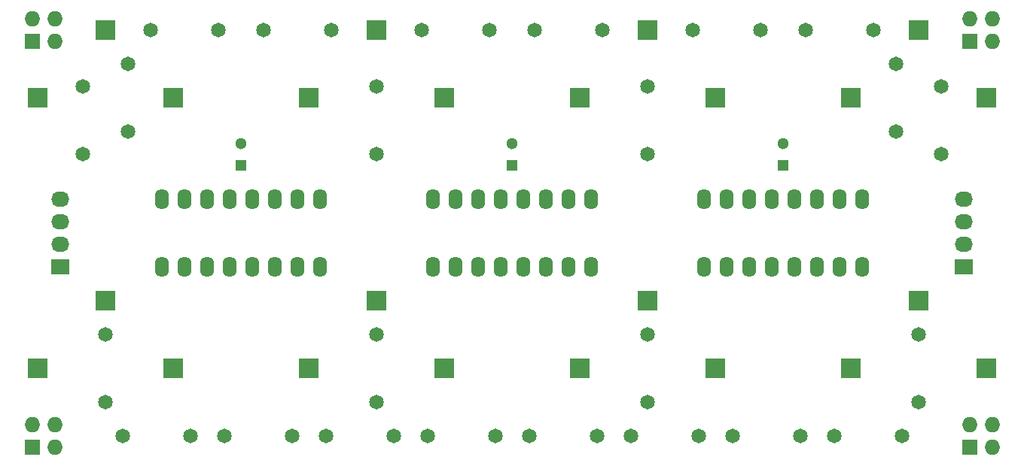
<source format=gbs>
G04 #@! TF.FileFunction,Soldermask,Bot*
%FSLAX46Y46*%
G04 Gerber Fmt 4.6, Leading zero omitted, Abs format (unit mm)*
G04 Created by KiCad (PCBNEW 4.0.0-rc2-stable) date Sun 15 Nov 2015 10:11:19 AEDT*
%MOMM*%
G01*
G04 APERTURE LIST*
%ADD10C,0.100000*%
%ADD11O,1.600000X2.300000*%
%ADD12R,1.300000X1.300000*%
%ADD13C,1.300000*%
%ADD14R,2.235200X2.235200*%
%ADD15R,1.727200X1.727200*%
%ADD16O,1.727200X1.727200*%
%ADD17R,2.032000X1.727200*%
%ADD18O,2.032000X1.727200*%
%ADD19C,1.651000*%
G04 APERTURE END LIST*
D10*
D11*
X160020000Y-101600000D03*
X162560000Y-101600000D03*
X165100000Y-101600000D03*
X167640000Y-101600000D03*
X170180000Y-101600000D03*
X172720000Y-101600000D03*
X175260000Y-101600000D03*
X177800000Y-101600000D03*
X177800000Y-93980000D03*
X175260000Y-93980000D03*
X172720000Y-93980000D03*
X170180000Y-93980000D03*
X167640000Y-93980000D03*
X165100000Y-93980000D03*
X162560000Y-93980000D03*
X160020000Y-93980000D03*
X129540000Y-101600000D03*
X132080000Y-101600000D03*
X134620000Y-101600000D03*
X137160000Y-101600000D03*
X139700000Y-101600000D03*
X142240000Y-101600000D03*
X144780000Y-101600000D03*
X147320000Y-101600000D03*
X147320000Y-93980000D03*
X144780000Y-93980000D03*
X142240000Y-93980000D03*
X139700000Y-93980000D03*
X137160000Y-93980000D03*
X134620000Y-93980000D03*
X132080000Y-93980000D03*
X129540000Y-93980000D03*
X99060000Y-101600000D03*
X101600000Y-101600000D03*
X104140000Y-101600000D03*
X106680000Y-101600000D03*
X109220000Y-101600000D03*
X111760000Y-101600000D03*
X114300000Y-101600000D03*
X116840000Y-101600000D03*
X116840000Y-93980000D03*
X114300000Y-93980000D03*
X111760000Y-93980000D03*
X109220000Y-93980000D03*
X106680000Y-93980000D03*
X104140000Y-93980000D03*
X101600000Y-93980000D03*
X99060000Y-93980000D03*
D12*
X168910000Y-90170000D03*
D13*
X168910000Y-87670000D03*
D12*
X138430000Y-90170000D03*
D13*
X138430000Y-87670000D03*
D12*
X107950000Y-90170000D03*
D13*
X107950000Y-87670000D03*
D14*
X130810000Y-82550000D03*
X123190000Y-74930000D03*
X115570000Y-82550000D03*
X161290000Y-82550000D03*
X153670000Y-74930000D03*
X146050000Y-82550000D03*
X191770000Y-82550000D03*
X176530000Y-82550000D03*
X184150000Y-74930000D03*
X191770000Y-113030000D03*
X184150000Y-105410000D03*
X176530000Y-113030000D03*
X161290000Y-113030000D03*
X153670000Y-105410000D03*
X146050000Y-113030000D03*
X130810000Y-113030000D03*
X123190000Y-105410000D03*
X115570000Y-113030000D03*
X100330000Y-113030000D03*
X85090000Y-113030000D03*
X92710000Y-105410000D03*
X100330000Y-82550000D03*
X85090000Y-82550000D03*
X92710000Y-74930000D03*
D15*
X189865000Y-121920000D03*
D16*
X189865000Y-119380000D03*
X192405000Y-121920000D03*
X192405000Y-119380000D03*
D15*
X189865000Y-76200000D03*
D16*
X189865000Y-73660000D03*
X192405000Y-76200000D03*
X192405000Y-73660000D03*
D15*
X84455000Y-121920000D03*
D16*
X84455000Y-119380000D03*
X86995000Y-121920000D03*
X86995000Y-119380000D03*
D17*
X189230000Y-101600000D03*
D18*
X189230000Y-99060000D03*
X189230000Y-96520000D03*
X189230000Y-93980000D03*
D17*
X87630000Y-101600000D03*
D18*
X87630000Y-99060000D03*
X87630000Y-96520000D03*
X87630000Y-93980000D03*
D15*
X84455000Y-76200000D03*
D16*
X84455000Y-73660000D03*
X86995000Y-76200000D03*
X86995000Y-73660000D03*
D19*
X102235000Y-120650000D03*
X94615000Y-120650000D03*
X92710000Y-116840000D03*
X92710000Y-109220000D03*
X113665000Y-120650000D03*
X106045000Y-120650000D03*
X90170000Y-88900000D03*
X90170000Y-81280000D03*
X95250000Y-86360000D03*
X95250000Y-78740000D03*
X105410000Y-74930000D03*
X97790000Y-74930000D03*
X117475000Y-120650000D03*
X125095000Y-120650000D03*
X123190000Y-116840000D03*
X123190000Y-109220000D03*
X136525000Y-120650000D03*
X128905000Y-120650000D03*
X118110000Y-74930000D03*
X110490000Y-74930000D03*
X123190000Y-88900000D03*
X123190000Y-81280000D03*
X135890000Y-74930000D03*
X128270000Y-74930000D03*
X140335000Y-120650000D03*
X147955000Y-120650000D03*
X153670000Y-116840000D03*
X153670000Y-109220000D03*
X151765000Y-120650000D03*
X159385000Y-120650000D03*
X140970000Y-74930000D03*
X148590000Y-74930000D03*
X153670000Y-88900000D03*
X153670000Y-81280000D03*
X166370000Y-74930000D03*
X158750000Y-74930000D03*
X163195000Y-120650000D03*
X170815000Y-120650000D03*
X184150000Y-116840000D03*
X184150000Y-109220000D03*
X174625000Y-120650000D03*
X182245000Y-120650000D03*
X171450000Y-74930000D03*
X179070000Y-74930000D03*
X181610000Y-86360000D03*
X181610000Y-78740000D03*
X186690000Y-88900000D03*
X186690000Y-81280000D03*
M02*

</source>
